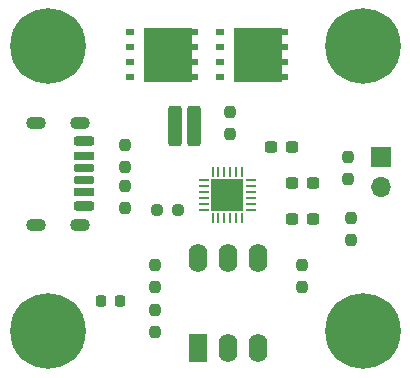
<source format=gts>
G04 #@! TF.GenerationSoftware,KiCad,Pcbnew,8.0.2*
G04 #@! TF.CreationDate,2024-06-03T19:44:32-07:00*
G04 #@! TF.ProjectId,SNES_USB_C_power,534e4553-5f55-4534-925f-435f706f7765,A*
G04 #@! TF.SameCoordinates,Original*
G04 #@! TF.FileFunction,Soldermask,Top*
G04 #@! TF.FilePolarity,Negative*
%FSLAX46Y46*%
G04 Gerber Fmt 4.6, Leading zero omitted, Abs format (unit mm)*
G04 Created by KiCad (PCBNEW 8.0.2) date 2024-06-03 19:44:32*
%MOMM*%
%LPD*%
G01*
G04 APERTURE LIST*
G04 Aperture macros list*
%AMRoundRect*
0 Rectangle with rounded corners*
0 $1 Rounding radius*
0 $2 $3 $4 $5 $6 $7 $8 $9 X,Y pos of 4 corners*
0 Add a 4 corners polygon primitive as box body*
4,1,4,$2,$3,$4,$5,$6,$7,$8,$9,$2,$3,0*
0 Add four circle primitives for the rounded corners*
1,1,$1+$1,$2,$3*
1,1,$1+$1,$4,$5*
1,1,$1+$1,$6,$7*
1,1,$1+$1,$8,$9*
0 Add four rect primitives between the rounded corners*
20,1,$1+$1,$2,$3,$4,$5,0*
20,1,$1+$1,$4,$5,$6,$7,0*
20,1,$1+$1,$6,$7,$8,$9,0*
20,1,$1+$1,$8,$9,$2,$3,0*%
G04 Aperture macros list end*
%ADD10RoundRect,0.218750X-0.218750X-0.256250X0.218750X-0.256250X0.218750X0.256250X-0.218750X0.256250X0*%
%ADD11C,0.800000*%
%ADD12C,6.400000*%
%ADD13R,1.700000X1.700000*%
%ADD14O,1.700000X1.700000*%
%ADD15RoundRect,0.237500X0.237500X-0.250000X0.237500X0.250000X-0.237500X0.250000X-0.237500X-0.250000X0*%
%ADD16RoundRect,0.175000X-0.685000X0.175000X-0.685000X-0.175000X0.685000X-0.175000X0.685000X0.175000X0*%
%ADD17RoundRect,0.190000X-0.670000X0.190000X-0.670000X-0.190000X0.670000X-0.190000X0.670000X0.190000X0*%
%ADD18RoundRect,0.200000X-0.660000X0.200000X-0.660000X-0.200000X0.660000X-0.200000X0.660000X0.200000X0*%
%ADD19O,1.700000X1.100000*%
%ADD20RoundRect,0.237500X-0.237500X0.250000X-0.237500X-0.250000X0.237500X-0.250000X0.237500X0.250000X0*%
%ADD21RoundRect,0.237500X-0.250000X-0.237500X0.250000X-0.237500X0.250000X0.237500X-0.250000X0.237500X0*%
%ADD22RoundRect,0.062500X-0.350000X-0.062500X0.350000X-0.062500X0.350000X0.062500X-0.350000X0.062500X0*%
%ADD23RoundRect,0.062500X-0.062500X-0.350000X0.062500X-0.350000X0.062500X0.350000X-0.062500X0.350000X0*%
%ADD24R,2.700000X2.700000*%
%ADD25RoundRect,0.237500X-0.300000X-0.237500X0.300000X-0.237500X0.300000X0.237500X-0.300000X0.237500X0*%
%ADD26RoundRect,0.250000X-0.337500X-1.450000X0.337500X-1.450000X0.337500X1.450000X-0.337500X1.450000X0*%
%ADD27R,0.650000X0.500000*%
%ADD28R,4.120000X4.600000*%
%ADD29R,0.550000X0.500000*%
%ADD30R,1.600000X2.400000*%
%ADD31O,1.600000X2.400000*%
G04 APERTURE END LIST*
D10*
X150317000Y-120650000D03*
X151892000Y-120650000D03*
D11*
X170066000Y-99060000D03*
X170768944Y-97362944D03*
X170768944Y-100757056D03*
X172466000Y-96660000D03*
D12*
X172466000Y-99060000D03*
D11*
X172466000Y-101460000D03*
X174163056Y-97362944D03*
X174163056Y-100757056D03*
X174866000Y-99060000D03*
X170066000Y-123190000D03*
X170768944Y-121492944D03*
X170768944Y-124887056D03*
X172466000Y-120790000D03*
D12*
X172466000Y-123190000D03*
D11*
X172466000Y-125590000D03*
X174163056Y-121492944D03*
X174163056Y-124887056D03*
X174866000Y-123190000D03*
X143396000Y-123190000D03*
X144098944Y-121492944D03*
X144098944Y-124887056D03*
X145796000Y-120790000D03*
D12*
X145796000Y-123190000D03*
D11*
X145796000Y-125590000D03*
X147493056Y-121492944D03*
X147493056Y-124887056D03*
X148196000Y-123190000D03*
X143396000Y-99060000D03*
X144098944Y-97362944D03*
X144098944Y-100757056D03*
X145796000Y-96660000D03*
D12*
X145796000Y-99060000D03*
D11*
X145796000Y-101460000D03*
X147493056Y-97362944D03*
X147493056Y-100757056D03*
X148196000Y-99060000D03*
D13*
X173990000Y-108453000D03*
D14*
X173990000Y-110993000D03*
D15*
X152380000Y-112720500D03*
X152380000Y-110895500D03*
D16*
X148920000Y-109379500D03*
D17*
X148920000Y-111399500D03*
D18*
X148920000Y-112629500D03*
D16*
X148920000Y-110379500D03*
D17*
X148920000Y-108359500D03*
D18*
X148920000Y-107129500D03*
D19*
X148580000Y-105559500D03*
X144780000Y-105559500D03*
X148580000Y-114199500D03*
X144780000Y-114199500D03*
D20*
X152380000Y-107443000D03*
X152380000Y-109268000D03*
D21*
X155023500Y-112927500D03*
X156848500Y-112927500D03*
D15*
X167366000Y-119428000D03*
X167366000Y-117603000D03*
D22*
X159053500Y-110407500D03*
X159053500Y-110907500D03*
X159053500Y-111407500D03*
X159053500Y-111907500D03*
X159053500Y-112407500D03*
X159053500Y-112907500D03*
D23*
X159766000Y-113620000D03*
X160266000Y-113620000D03*
X160766000Y-113620000D03*
X161266000Y-113620000D03*
X161766000Y-113620000D03*
X162266000Y-113620000D03*
D22*
X162978500Y-112907500D03*
X162978500Y-112407500D03*
X162978500Y-111907500D03*
X162978500Y-111407500D03*
X162978500Y-110907500D03*
X162978500Y-110407500D03*
D23*
X162266000Y-109695000D03*
X161766000Y-109695000D03*
X161266000Y-109695000D03*
X160766000Y-109695000D03*
X160266000Y-109695000D03*
X159766000Y-109695000D03*
D24*
X161016000Y-111657500D03*
D15*
X171196000Y-110283000D03*
X171196000Y-108458000D03*
D25*
X166503500Y-113689500D03*
X168228500Y-113689500D03*
X166503500Y-110641500D03*
X168228500Y-110641500D03*
D26*
X156547000Y-105815500D03*
X158222000Y-105815500D03*
D27*
X160374000Y-97875000D03*
X160374000Y-99145000D03*
X160374000Y-100415000D03*
X160374000Y-101685000D03*
D28*
X163589000Y-99780000D03*
D29*
X165924000Y-97875000D03*
X165924000Y-99145000D03*
X165924000Y-100415000D03*
X165924000Y-101685000D03*
D15*
X171450000Y-115466500D03*
X171450000Y-113641500D03*
X154920000Y-123238000D03*
X154920000Y-121413000D03*
D30*
X158491000Y-124626500D03*
D31*
X161031000Y-124626500D03*
X163571000Y-124626500D03*
X163571000Y-117006500D03*
X161031000Y-117006500D03*
X158491000Y-117006500D03*
D25*
X164725500Y-107593500D03*
X166450500Y-107593500D03*
D15*
X161270000Y-106474000D03*
X161270000Y-104649000D03*
X154920000Y-119428000D03*
X154920000Y-117603000D03*
D27*
X152754000Y-97875000D03*
X152754000Y-99145000D03*
X152754000Y-100415000D03*
X152754000Y-101685000D03*
D28*
X155969000Y-99780000D03*
D29*
X158304000Y-97875000D03*
X158304000Y-99145000D03*
X158304000Y-100415000D03*
X158304000Y-101685000D03*
M02*

</source>
